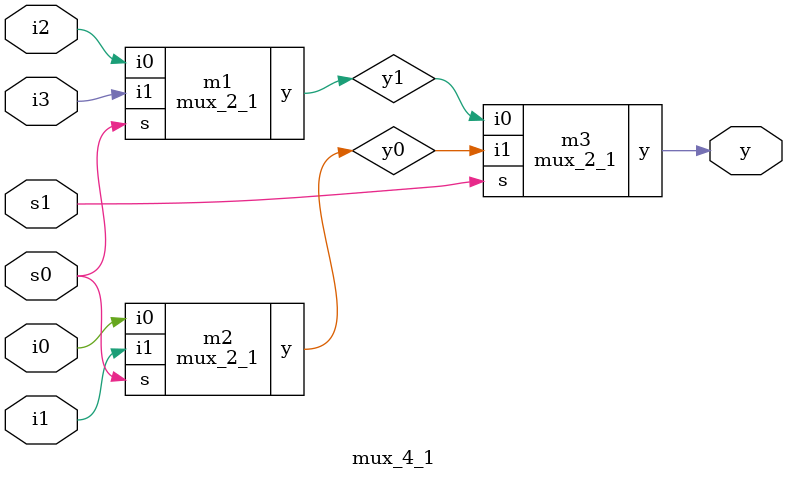
<source format=v>
module mux_2_1(
  input s,
  input i0, i1,
  output y);
  
  assign y = s ? i1 : i0;
endmodule

module mux_4_1(
  input s0, s1,
  input  i0,i1,i2,i3,
  output reg y);
  
  wire y0, y1;
  
  mux_2_1 m1(s0, i2, i3, y1);
  mux_2_1 m2(s0, i0, i1, y0);
  mux_2_1 m3(s1, y1, y0, y);
endmodule
               

</source>
